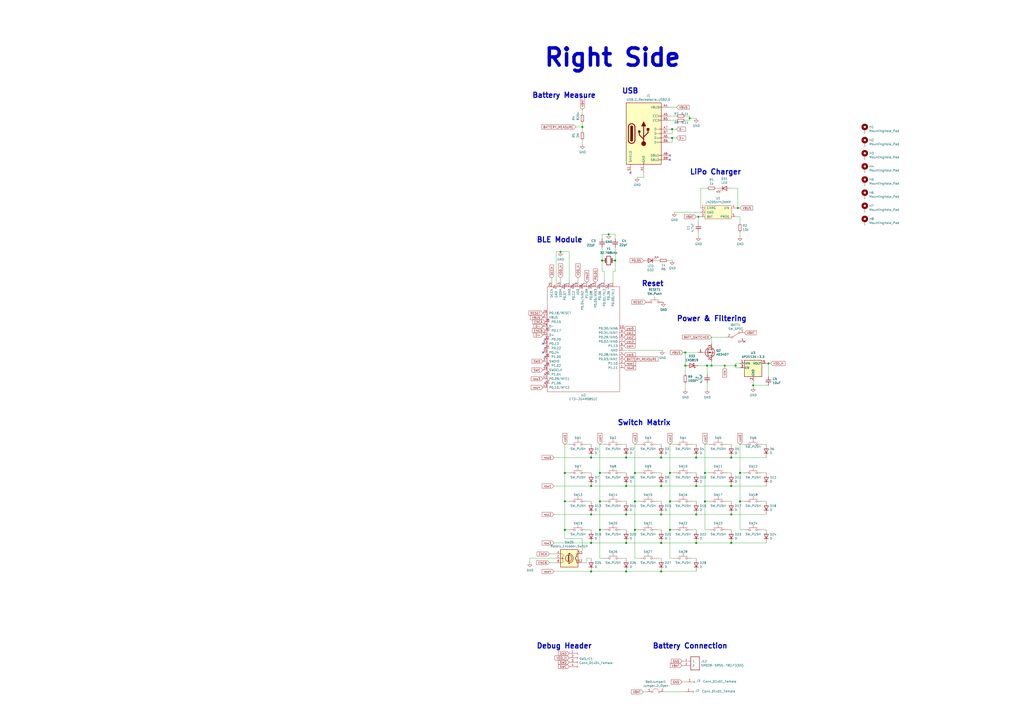
<source format=kicad_sch>
(kicad_sch (version 20201015) (generator eeschema)
  (paper "A2")
  (title_block (title "BlueSof") (date "2020-12-12") (rev "R1"))
  (junction (at 325.12 146.05) (diameter 0.9144))
  (junction (at 327.66 274.32) (diameter 1.016))
  (junction (at 327.66 290.83) (diameter 1.016))
  (junction (at 327.66 307.34) (diameter 1.016))
  (junction (at 337.82 73.66) (diameter 1.016))
  (junction (at 342.9 265.43) (diameter 1.016))
  (junction (at 342.9 281.94) (diameter 1.016))
  (junction (at 342.9 298.45) (diameter 1.016))
  (junction (at 342.9 314.96) (diameter 1.016))
  (junction (at 342.9 331.47) (diameter 1.016))
  (junction (at 347.98 274.32) (diameter 1.016))
  (junction (at 347.98 290.83) (diameter 1.016))
  (junction (at 347.98 307.34) (diameter 1.016))
  (junction (at 349.25 151.13) (diameter 1.016))
  (junction (at 353.06 135.89) (diameter 0.9144))
  (junction (at 356.87 151.13) (diameter 1.016))
  (junction (at 363.22 265.43) (diameter 1.016))
  (junction (at 363.22 281.94) (diameter 1.016))
  (junction (at 363.22 298.45) (diameter 1.016))
  (junction (at 363.22 314.96) (diameter 1.016))
  (junction (at 363.22 331.47) (diameter 1.016))
  (junction (at 368.3 274.32) (diameter 1.016))
  (junction (at 368.3 290.83) (diameter 1.016))
  (junction (at 368.3 307.34) (diameter 1.016))
  (junction (at 383.54 265.43) (diameter 1.016))
  (junction (at 383.54 281.94) (diameter 1.016))
  (junction (at 383.54 298.45) (diameter 1.016))
  (junction (at 383.54 314.96) (diameter 1.016))
  (junction (at 383.54 331.47) (diameter 1.016))
  (junction (at 388.62 274.32) (diameter 1.016))
  (junction (at 388.62 290.83) (diameter 1.016))
  (junction (at 388.62 307.34) (diameter 1.016))
  (junction (at 389.89 74.93) (diameter 1.016))
  (junction (at 389.89 80.01) (diameter 1.016))
  (junction (at 397.51 204.47) (diameter 1.016))
  (junction (at 397.51 212.09) (diameter 1.016))
  (junction (at 400.05 68.58) (diameter 0.9144))
  (junction (at 403.86 265.43) (diameter 1.016))
  (junction (at 403.86 281.94) (diameter 1.016))
  (junction (at 403.86 298.45) (diameter 1.016))
  (junction (at 403.86 314.96) (diameter 1.016))
  (junction (at 405.13 125.73) (diameter 0.9144))
  (junction (at 408.94 274.32) (diameter 1.016))
  (junction (at 408.94 290.83) (diameter 1.016))
  (junction (at 410.21 212.09) (diameter 1.016))
  (junction (at 412.75 212.09) (diameter 1.016))
  (junction (at 420.37 212.09) (diameter 0.9144))
  (junction (at 424.18 265.43) (diameter 1.016))
  (junction (at 424.18 281.94) (diameter 1.016))
  (junction (at 424.18 298.45) (diameter 1.016))
  (junction (at 424.18 314.96) (diameter 1.016))
  (junction (at 426.72 212.09) (diameter 1.016))
  (junction (at 427.99 120.65) (diameter 0.9144))
  (junction (at 429.26 274.32) (diameter 1.016))
  (junction (at 429.26 290.83) (diameter 1.016))
  (junction (at 436.88 223.52) (diameter 0.9144))
  (junction (at 445.77 210.82) (diameter 1.016))
  (no_connect (at 314.96 199.39))
  (no_connect (at 314.96 204.47))
  (no_connect (at 316.23 196.85))
  (no_connect (at 316.23 201.93))
  (no_connect (at 316.23 207.01))
  (no_connect (at 316.23 212.09))
  (no_connect (at 316.23 217.17))
  (no_connect (at 316.23 222.25))
  (no_connect (at 327.66 165.1))
  (no_connect (at 332.74 165.1))
  (no_connect (at 337.82 165.1))
  (no_connect (at 342.9 165.1))
  (no_connect (at 347.98 165.1))
  (no_connect (at 353.06 165.1))
  (no_connect (at 365.76 100.33))
  (no_connect (at 388.62 90.17))
  (no_connect (at 388.62 92.71))
  (no_connect (at 431.8 198.12))
  (wire (pts (xy 307.34 323.85) (xy 307.34 326.39)))
  (wire (pts (xy 318.77 321.31) (xy 322.58 321.31)))
  (wire (pts (xy 318.77 326.39) (xy 322.58 326.39)))
  (wire (pts (xy 320.04 163.83) (xy 320.04 161.29)))
  (wire (pts (xy 321.31 331.47) (xy 342.9 331.47)))
  (wire (pts (xy 322.58 146.05) (xy 325.12 146.05)))
  (wire (pts (xy 322.58 165.1) (xy 322.58 146.05)))
  (wire (pts (xy 322.58 323.85) (xy 307.34 323.85)))
  (wire (pts (xy 325.12 146.05) (xy 330.2 146.05)))
  (wire (pts (xy 325.12 163.83) (xy 325.12 161.29)))
  (wire (pts (xy 327.66 257.81) (xy 327.66 274.32)))
  (wire (pts (xy 327.66 257.81) (xy 330.2 257.81)))
  (wire (pts (xy 327.66 274.32) (xy 327.66 290.83)))
  (wire (pts (xy 327.66 274.32) (xy 330.2 274.32)))
  (wire (pts (xy 327.66 290.83) (xy 327.66 307.34)))
  (wire (pts (xy 327.66 290.83) (xy 330.2 290.83)))
  (wire (pts (xy 327.66 307.34) (xy 327.66 312.42)))
  (wire (pts (xy 327.66 307.34) (xy 330.2 307.34)))
  (wire (pts (xy 327.66 312.42) (xy 337.82 312.42)))
  (wire (pts (xy 330.2 163.83) (xy 330.2 146.05)))
  (wire (pts (xy 334.01 73.66) (xy 337.82 73.66)))
  (wire (pts (xy 335.28 163.83) (xy 335.28 161.29)))
  (wire (pts (xy 337.82 63.5) (xy 337.82 66.04)))
  (wire (pts (xy 337.82 71.12) (xy 337.82 73.66)))
  (wire (pts (xy 337.82 73.66) (xy 337.82 76.2)))
  (wire (pts (xy 337.82 81.28) (xy 337.82 83.82)))
  (wire (pts (xy 337.82 312.42) (xy 337.82 321.31)))
  (wire (pts (xy 337.82 326.39) (xy 340.36 326.39)))
  (wire (pts (xy 340.36 257.81) (xy 342.9 257.81)))
  (wire (pts (xy 340.36 274.32) (xy 342.9 274.32)))
  (wire (pts (xy 340.36 290.83) (xy 342.9 290.83)))
  (wire (pts (xy 340.36 307.34) (xy 342.9 307.34)))
  (wire (pts (xy 340.36 323.85) (xy 342.9 323.85)))
  (wire (pts (xy 340.36 326.39) (xy 340.36 323.85)))
  (wire (pts (xy 342.9 265.43) (xy 321.31 265.43)))
  (wire (pts (xy 342.9 281.94) (xy 321.31 281.94)))
  (wire (pts (xy 342.9 298.45) (xy 321.31 298.45)))
  (wire (pts (xy 342.9 314.96) (xy 321.31 314.96)))
  (wire (pts (xy 342.9 331.47) (xy 363.22 331.47)))
  (wire (pts (xy 347.98 257.81) (xy 347.98 274.32)))
  (wire (pts (xy 347.98 257.81) (xy 350.52 257.81)))
  (wire (pts (xy 347.98 274.32) (xy 347.98 290.83)))
  (wire (pts (xy 347.98 274.32) (xy 350.52 274.32)))
  (wire (pts (xy 347.98 290.83) (xy 347.98 307.34)))
  (wire (pts (xy 347.98 290.83) (xy 350.52 290.83)))
  (wire (pts (xy 347.98 307.34) (xy 347.98 323.85)))
  (wire (pts (xy 347.98 307.34) (xy 350.52 307.34)))
  (wire (pts (xy 347.98 323.85) (xy 350.52 323.85)))
  (wire (pts (xy 349.25 135.89) (xy 353.06 135.89)))
  (wire (pts (xy 349.25 138.43) (xy 349.25 135.89)))
  (wire (pts (xy 349.25 151.13) (xy 349.25 143.51)))
  (wire (pts (xy 349.25 157.48) (xy 349.25 151.13)))
  (wire (pts (xy 350.52 157.48) (xy 349.25 157.48)))
  (wire (pts (xy 350.52 163.83) (xy 350.52 157.48)))
  (wire (pts (xy 353.06 135.89) (xy 356.87 135.89)))
  (wire (pts (xy 355.6 157.48) (xy 356.87 157.48)))
  (wire (pts (xy 355.6 163.83) (xy 355.6 157.48)))
  (wire (pts (xy 356.87 135.89) (xy 356.87 138.43)))
  (wire (pts (xy 356.87 143.51) (xy 356.87 151.13)))
  (wire (pts (xy 356.87 157.48) (xy 356.87 151.13)))
  (wire (pts (xy 360.68 257.81) (xy 363.22 257.81)))
  (wire (pts (xy 360.68 274.32) (xy 363.22 274.32)))
  (wire (pts (xy 360.68 290.83) (xy 363.22 290.83)))
  (wire (pts (xy 360.68 307.34) (xy 363.22 307.34)))
  (wire (pts (xy 360.68 323.85) (xy 363.22 323.85)))
  (wire (pts (xy 361.95 203.2) (xy 384.175 203.2)))
  (wire (pts (xy 363.22 265.43) (xy 342.9 265.43)))
  (wire (pts (xy 363.22 265.43) (xy 383.54 265.43)))
  (wire (pts (xy 363.22 281.94) (xy 342.9 281.94)))
  (wire (pts (xy 363.22 281.94) (xy 383.54 281.94)))
  (wire (pts (xy 363.22 298.45) (xy 342.9 298.45)))
  (wire (pts (xy 363.22 298.45) (xy 383.54 298.45)))
  (wire (pts (xy 363.22 314.96) (xy 342.9 314.96)))
  (wire (pts (xy 363.22 314.96) (xy 383.54 314.96)))
  (wire (pts (xy 363.22 331.47) (xy 383.54 331.47)))
  (wire (pts (xy 368.3 257.81) (xy 368.3 274.32)))
  (wire (pts (xy 368.3 257.81) (xy 370.84 257.81)))
  (wire (pts (xy 368.3 274.32) (xy 368.3 290.83)))
  (wire (pts (xy 368.3 274.32) (xy 370.84 274.32)))
  (wire (pts (xy 368.3 290.83) (xy 368.3 307.34)))
  (wire (pts (xy 368.3 290.83) (xy 370.84 290.83)))
  (wire (pts (xy 368.3 307.34) (xy 368.3 323.85)))
  (wire (pts (xy 368.3 307.34) (xy 370.84 307.34)))
  (wire (pts (xy 368.3 323.85) (xy 370.84 323.85)))
  (wire (pts (xy 369.57 102.87) (xy 373.38 102.87)))
  (wire (pts (xy 373.126 401.32) (xy 375.285 401.32)))
  (wire (pts (xy 373.38 102.87) (xy 373.38 100.33)))
  (wire (pts (xy 381 151.13) (xy 382.27 151.13)))
  (wire (pts (xy 381 257.81) (xy 383.54 257.81)))
  (wire (pts (xy 381 274.32) (xy 383.54 274.32)))
  (wire (pts (xy 381 290.83) (xy 383.54 290.83)))
  (wire (pts (xy 381 307.34) (xy 383.54 307.34)))
  (wire (pts (xy 381 323.85) (xy 383.54 323.85)))
  (wire (pts (xy 383.54 265.43) (xy 403.86 265.43)))
  (wire (pts (xy 383.54 281.94) (xy 403.86 281.94)))
  (wire (pts (xy 383.54 298.45) (xy 403.86 298.45)))
  (wire (pts (xy 383.54 314.96) (xy 403.86 314.96)))
  (wire (pts (xy 383.54 331.47) (xy 403.86 331.47)))
  (wire (pts (xy 385.445 401.32) (xy 397.51 401.32)))
  (wire (pts (xy 387.35 151.13) (xy 389.89 151.13)))
  (wire (pts (xy 388.62 74.93) (xy 389.89 74.93)))
  (wire (pts (xy 388.62 77.47) (xy 389.89 77.47)))
  (wire (pts (xy 388.62 80.01) (xy 389.89 80.01)))
  (wire (pts (xy 388.62 82.55) (xy 389.89 82.55)))
  (wire (pts (xy 388.62 257.81) (xy 388.62 274.32)))
  (wire (pts (xy 388.62 257.81) (xy 391.16 257.81)))
  (wire (pts (xy 388.62 274.32) (xy 388.62 290.83)))
  (wire (pts (xy 388.62 274.32) (xy 391.16 274.32)))
  (wire (pts (xy 388.62 290.83) (xy 388.62 307.34)))
  (wire (pts (xy 388.62 290.83) (xy 391.16 290.83)))
  (wire (pts (xy 388.62 307.34) (xy 388.62 323.85)))
  (wire (pts (xy 388.62 307.34) (xy 391.16 307.34)))
  (wire (pts (xy 388.62 323.85) (xy 391.16 323.85)))
  (wire (pts (xy 389.89 74.93) (xy 392.43 74.93)))
  (wire (pts (xy 389.89 77.47) (xy 389.89 74.93)))
  (wire (pts (xy 389.89 80.01) (xy 392.43 80.01)))
  (wire (pts (xy 389.89 82.55) (xy 389.89 80.01)))
  (wire (pts (xy 391.16 123.19) (xy 406.4 123.19)))
  (wire (pts (xy 392.43 62.23) (xy 388.62 62.23)))
  (wire (pts (xy 392.43 67.31) (xy 388.62 67.31)))
  (wire (pts (xy 392.43 69.85) (xy 388.62 69.85)))
  (wire (pts (xy 395.605 395.605) (xy 398.145 395.605)))
  (wire (pts (xy 396.24 204.47) (xy 397.51 204.47)))
  (wire (pts (xy 397.51 67.31) (xy 400.05 67.31)))
  (wire (pts (xy 397.51 69.85) (xy 400.05 69.85)))
  (wire (pts (xy 397.51 204.47) (xy 397.51 212.09)))
  (wire (pts (xy 397.51 204.47) (xy 405.13 204.47)))
  (wire (pts (xy 397.51 217.17) (xy 397.51 212.09)))
  (wire (pts (xy 397.51 222.25) (xy 397.51 226.06)))
  (wire (pts (xy 400.05 67.31) (xy 400.05 68.58)))
  (wire (pts (xy 400.05 68.58) (xy 403.86 68.58)))
  (wire (pts (xy 400.05 69.85) (xy 400.05 68.58)))
  (wire (pts (xy 401.32 257.81) (xy 403.86 257.81)))
  (wire (pts (xy 401.32 274.32) (xy 403.86 274.32)))
  (wire (pts (xy 401.32 290.83) (xy 403.86 290.83)))
  (wire (pts (xy 401.32 307.34) (xy 403.86 307.34)))
  (wire (pts (xy 401.32 323.85) (xy 403.86 323.85)))
  (wire (pts (xy 403.86 281.94) (xy 424.18 281.94)))
  (wire (pts (xy 403.86 298.45) (xy 424.18 298.45)))
  (wire (pts (xy 403.86 314.96) (xy 424.18 314.96)))
  (wire (pts (xy 405.13 125.73) (xy 403.86 125.73)))
  (wire (pts (xy 405.13 125.73) (xy 405.13 129.54)))
  (wire (pts (xy 405.13 125.73) (xy 406.4 125.73)))
  (wire (pts (xy 405.13 134.62) (xy 405.13 137.16)))
  (wire (pts (xy 405.13 212.09) (xy 410.21 212.09)))
  (wire (pts (xy 406.4 109.22) (xy 406.4 120.65)))
  (wire (pts (xy 408.94 257.81) (xy 408.94 274.32)))
  (wire (pts (xy 408.94 257.81) (xy 411.48 257.81)))
  (wire (pts (xy 408.94 274.32) (xy 408.94 290.83)))
  (wire (pts (xy 408.94 274.32) (xy 411.48 274.32)))
  (wire (pts (xy 408.94 290.83) (xy 408.94 307.34)))
  (wire (pts (xy 408.94 290.83) (xy 411.48 290.83)))
  (wire (pts (xy 408.94 307.34) (xy 411.48 307.34)))
  (wire (pts (xy 410.21 109.22) (xy 406.4 109.22)))
  (wire (pts (xy 410.21 212.09) (xy 412.75 212.09)))
  (wire (pts (xy 410.21 217.17) (xy 410.21 212.09)))
  (wire (pts (xy 410.21 222.25) (xy 410.21 226.06)))
  (wire (pts (xy 412.75 195.58) (xy 412.75 199.39)))
  (wire (pts (xy 412.75 209.55) (xy 412.75 212.09)))
  (wire (pts (xy 412.75 212.09) (xy 420.37 212.09)))
  (wire (pts (xy 416.56 109.22) (xy 415.29 109.22)))
  (wire (pts (xy 420.37 212.09) (xy 420.37 213.36)))
  (wire (pts (xy 420.37 212.09) (xy 426.72 212.09)))
  (wire (pts (xy 421.64 195.58) (xy 412.75 195.58)))
  (wire (pts (xy 421.64 257.81) (xy 424.18 257.81)))
  (wire (pts (xy 421.64 274.32) (xy 424.18 274.32)))
  (wire (pts (xy 421.64 290.83) (xy 424.18 290.83)))
  (wire (pts (xy 421.64 307.34) (xy 424.18 307.34)))
  (wire (pts (xy 424.18 109.22) (xy 427.99 109.22)))
  (wire (pts (xy 424.18 265.43) (xy 403.86 265.43)))
  (wire (pts (xy 424.18 265.43) (xy 444.5 265.43)))
  (wire (pts (xy 424.18 281.94) (xy 444.5 281.94)))
  (wire (pts (xy 424.18 298.45) (xy 444.5 298.45)))
  (wire (pts (xy 424.18 314.96) (xy 444.5 314.96)))
  (wire (pts (xy 426.72 120.65) (xy 427.99 120.65)))
  (wire (pts (xy 426.72 125.73) (xy 429.26 125.73)))
  (wire (pts (xy 426.72 210.82) (xy 429.26 210.82)))
  (wire (pts (xy 426.72 212.09) (xy 426.72 210.82)))
  (wire (pts (xy 426.72 213.36) (xy 426.72 212.09)))
  (wire (pts (xy 426.72 213.36) (xy 429.26 213.36)))
  (wire (pts (xy 427.99 109.22) (xy 427.99 120.65)))
  (wire (pts (xy 427.99 120.65) (xy 429.26 120.65)))
  (wire (pts (xy 429.26 125.73) (xy 429.26 129.54)))
  (wire (pts (xy 429.26 134.62) (xy 429.26 137.16)))
  (wire (pts (xy 429.26 257.81) (xy 429.26 274.32)))
  (wire (pts (xy 429.26 257.81) (xy 431.8 257.81)))
  (wire (pts (xy 429.26 274.32) (xy 429.26 290.83)))
  (wire (pts (xy 429.26 274.32) (xy 431.8 274.32)))
  (wire (pts (xy 429.26 290.83) (xy 429.26 307.34)))
  (wire (pts (xy 429.26 290.83) (xy 431.8 290.83)))
  (wire (pts (xy 429.26 307.34) (xy 431.8 307.34)))
  (wire (pts (xy 436.88 220.98) (xy 436.88 223.52)))
  (wire (pts (xy 436.88 223.52) (xy 436.88 224.79)))
  (wire (pts (xy 441.96 257.81) (xy 444.5 257.81)))
  (wire (pts (xy 441.96 274.32) (xy 444.5 274.32)))
  (wire (pts (xy 441.96 290.83) (xy 444.5 290.83)))
  (wire (pts (xy 441.96 307.34) (xy 444.5 307.34)))
  (wire (pts (xy 444.5 210.82) (xy 445.77 210.82)))
  (wire (pts (xy 445.77 210.82) (xy 447.04 210.82)))
  (wire (pts (xy 445.77 218.44) (xy 445.77 210.82)))
  (wire (pts (xy 445.77 223.52) (xy 436.88 223.52)))
  (text "Battery Measure" (at 308.61 57.15 0) (effects (font (size 2.9972 2.9972) (thickness 0.5994) bold) (justify left bottom)))
  (text "BLE Module" (at 311.15 140.97 0) (effects (font (size 2.9972 2.9972) (thickness 0.5994) bold) (justify left bottom)))
  (text "Debug Header" (at 311.15 376.555 0) (effects (font (size 2.9972 2.9972) (thickness 0.5994) bold) (justify left bottom)))
  (text "Right Side" (at 314.96 39.37 0) (effects (font (size 10.008 10.008) (thickness 2.0016) bold) (justify left bottom)))
  (text "Switch Matrix" (at 358.14 247.015 0) (effects (font (size 2.9972 2.9972) (thickness 0.5994) bold) (justify left bottom)))
  (text "USB" (at 360.68 54.61 0) (effects (font (size 2.9972 2.9972) (thickness 0.5994) bold) (justify left bottom)))
  (text "Reset" (at 372.11 166.37 0) (effects (font (size 2.9972 2.9972) (thickness 0.5994) bold) (justify left bottom)))
  (text "Battery Connection" (at 378.46 376.555 0) (effects (font (size 2.9972 2.9972) (thickness 0.5994) bold) (justify left bottom)))
  (text "Power & Filtering" (at 392.43 186.69 0) (effects (font (size 2.9972 2.9972) (thickness 0.5994) bold) (justify left bottom)))
  (text "LiPo Charger" (at 400.05 101.6 0) (effects (font (size 2.9972 2.9972) (thickness 0.5994) bold) (justify left bottom)))
  (global_label "RESET" (shape input) (at 314.96 181.61 180) (property "Intersheet References" "${INTERSHEET_REFS}" (effects hide)))
  (global_label "VBUS" (shape input) (at 314.96 184.15 180) (property "Intersheet References" "${INTERSHEET_REFS}" (effects hide)))
  (global_label "D-" (shape input) (at 314.96 189.23 180) (property "Intersheet References" "${INTERSHEET_REFS}" (effects hide)))
  (global_label "D+" (shape input) (at 314.96 194.31 180) (property "Intersheet References" "${INTERSHEET_REFS}" (effects hide)))
  (global_label "SWD" (shape input) (at 314.96 209.55 180) (property "Intersheet References" "${INTERSHEET_REFS}" (effects hide)))
  (global_label "SWC" (shape input) (at 314.96 214.63 180) (property "Intersheet References" "${INTERSHEET_REFS}" (effects hide)))
  (global_label "row3" (shape input) (at 314.96 219.71 180) (property "Intersheet References" "${INTERSHEET_REFS}" (effects hide)))
  (global_label "row4" (shape input) (at 314.96 224.79 180) (property "Intersheet References" "${INTERSHEET_REFS}" (effects hide)))
  (global_label "ENCA" (shape input) (at 316.23 186.69 180) (property "Intersheet References" "${INTERSHEET_REFS}" (effects hide)))
  (global_label "ENCB" (shape input) (at 316.23 191.77 180) (property "Intersheet References" "${INTERSHEET_REFS}" (effects hide)))
  (global_label "ENCA" (shape input) (at 318.77 321.31 180) (property "Intersheet References" "${INTERSHEET_REFS}" (effects hide)))
  (global_label "ENCB" (shape input) (at 318.77 326.39 180) (property "Intersheet References" "${INTERSHEET_REFS}" (effects hide)))
  (global_label "DCCH" (shape input) (at 320.04 161.29 90) (property "Intersheet References" "${INTERSHEET_REFS}" (effects hide)))
  (global_label "row0" (shape input) (at 321.31 265.43 180) (property "Intersheet References" "${INTERSHEET_REFS}" (effects hide)))
  (global_label "row1" (shape input) (at 321.31 281.94 180) (property "Intersheet References" "${INTERSHEET_REFS}" (effects hide)))
  (global_label "row2" (shape input) (at 321.31 298.45 180) (property "Intersheet References" "${INTERSHEET_REFS}" (effects hide)))
  (global_label "row3" (shape input) (at 321.31 314.96 180) (property "Intersheet References" "${INTERSHEET_REFS}" (effects hide)))
  (global_label "row4" (shape input) (at 321.31 331.47 180) (property "Intersheet References" "${INTERSHEET_REFS}" (effects hide)))
  (global_label "VDD_H" (shape input) (at 325.12 161.29 90) (property "Intersheet References" "${INTERSHEET_REFS}" (effects hide)))
  (global_label "col5" (shape input) (at 327.66 257.81 90) (property "Intersheet References" "${INTERSHEET_REFS}" (effects hide)))
  (global_label "GND" (shape input) (at 330.2 379.095 180) (property "Intersheet References" "${INTERSHEET_REFS}" (effects hide)))
  (global_label "VDD_H" (shape input) (at 330.2 381.635 180) (property "Intersheet References" "${INTERSHEET_REFS}" (effects hide)))
  (global_label "SWD" (shape input) (at 330.2 384.175 180) (property "Intersheet References" "${INTERSHEET_REFS}" (effects hide)))
  (global_label "SWC" (shape input) (at 330.2 386.715 180) (property "Intersheet References" "${INTERSHEET_REFS}" (effects hide)))
  (global_label "BATTERY_MEASURE" (shape input) (at 334.01 73.66 180) (property "Intersheet References" "${INTERSHEET_REFS}" (effects hide)))
  (global_label "VDD_H" (shape input) (at 335.28 161.29 90) (property "Intersheet References" "${INTERSHEET_REFS}" (effects hide)))
  (global_label "VBAT" (shape input) (at 337.82 63.5 90) (property "Intersheet References" "${INTERSHEET_REFS}" (effects hide)))
  (global_label "row2" (shape input) (at 340.36 163.83 90) (property "Intersheet References" "${INTERSHEET_REFS}" (effects hide)))
  (global_label "P0.05" (shape input) (at 345.44 163.83 90) (property "Intersheet References" "${INTERSHEET_REFS}" (effects hide)))
  (global_label "col4" (shape input) (at 347.98 257.81 90) (property "Intersheet References" "${INTERSHEET_REFS}" (effects hide)))
  (global_label "col0" (shape input) (at 361.95 190.5 0) (property "Intersheet References" "${INTERSHEET_REFS}" (effects hide)))
  (global_label "col1" (shape input) (at 361.95 193.04 0) (property "Intersheet References" "${INTERSHEET_REFS}" (effects hide)))
  (global_label "col2" (shape input) (at 361.95 195.58 0) (property "Intersheet References" "${INTERSHEET_REFS}" (effects hide)))
  (global_label "col3" (shape input) (at 361.95 198.12 0) (property "Intersheet References" "${INTERSHEET_REFS}" (effects hide)))
  (global_label "col4" (shape input) (at 361.95 200.66 0) (property "Intersheet References" "${INTERSHEET_REFS}" (effects hide)))
  (global_label "col5" (shape input) (at 361.95 205.74 0) (property "Intersheet References" "${INTERSHEET_REFS}" (effects hide)))
  (global_label "BATTERY_MEASURE" (shape input) (at 361.95 208.28 0) (property "Intersheet References" "${INTERSHEET_REFS}" (effects hide)))
  (global_label "row1" (shape input) (at 361.95 210.82 0) (property "Intersheet References" "${INTERSHEET_REFS}" (effects hide)))
  (global_label "row0" (shape input) (at 361.95 213.36 0) (property "Intersheet References" "${INTERSHEET_REFS}" (effects hide)))
  (global_label "col3" (shape input) (at 368.3 257.81 90) (property "Intersheet References" "${INTERSHEET_REFS}" (effects hide)))
  (global_label "VBAT" (shape input) (at 373.126 401.32 180) (property "Intersheet References" "${INTERSHEET_REFS}" (effects hide)))
  (global_label "P0.05" (shape input) (at 373.38 151.13 180) (property "Intersheet References" "${INTERSHEET_REFS}" (effects hide)))
  (global_label "RESET" (shape input) (at 374.65 175.26 180) (property "Intersheet References" "${INTERSHEET_REFS}" (effects hide)))
  (global_label "col2" (shape input) (at 388.62 257.81 90) (property "Intersheet References" "${INTERSHEET_REFS}" (effects hide)))
  (global_label "VBUS" (shape input) (at 392.43 62.23 0) (property "Intersheet References" "${INTERSHEET_REFS}" (effects hide)))
  (global_label "D-" (shape input) (at 392.43 74.93 0) (property "Intersheet References" "${INTERSHEET_REFS}" (effects hide)))
  (global_label "D+" (shape input) (at 392.43 80.01 0) (property "Intersheet References" "${INTERSHEET_REFS}" (effects hide)))
  (global_label "GND" (shape input) (at 395.605 383.54 180) (property "Intersheet References" "${INTERSHEET_REFS}" (effects hide)))
  (global_label "VBAT" (shape input) (at 395.605 386.08 180) (property "Intersheet References" "${INTERSHEET_REFS}" (effects hide)))
  (global_label "GND" (shape input) (at 395.605 395.605 180) (property "Intersheet References" "${INTERSHEET_REFS}" (effects hide)))
  (global_label "VBUS" (shape input) (at 396.24 204.47 180) (property "Intersheet References" "${INTERSHEET_REFS}" (effects hide)))
  (global_label "VBAT" (shape input) (at 403.86 125.73 180) (property "Intersheet References" "${INTERSHEET_REFS}" (effects hide)))
  (global_label "col1" (shape input) (at 408.94 257.81 90) (property "Intersheet References" "${INTERSHEET_REFS}" (effects hide)))
  (global_label "BATT_SWITCHED" (shape input) (at 412.75 195.58 180) (property "Intersheet References" "${INTERSHEET_REFS}" (effects hide)))
  (global_label "VIN" (shape input) (at 420.37 213.36 270) (property "Intersheet References" "${INTERSHEET_REFS}" (effects hide)))
  (global_label "VBUS" (shape input) (at 429.26 120.65 0) (property "Intersheet References" "${INTERSHEET_REFS}" (effects hide)))
  (global_label "col0" (shape input) (at 429.26 257.81 90) (property "Intersheet References" "${INTERSHEET_REFS}" (effects hide)))
  (global_label "VBAT" (shape input) (at 431.8 193.04 0) (property "Intersheet References" "${INTERSHEET_REFS}" (effects hide)))
  (global_label "VDD_H" (shape input) (at 447.04 210.82 0) (property "Intersheet References" "${INTERSHEET_REFS}" (effects hide)))
  (symbol (lib_id "power:GND") (at 307.34 326.39 0) (unit 1)
    (property "Reference" "#PWR0103" (effects hide))
    (property "Value" "GND" (at 307.467 330.7842 0))
  )
  (symbol (lib_id "power:GND") (at 325.12 146.05 0) (unit 1)
    (property "Reference" "#PWR0102" (effects hide))
    (property "Value" "GND" (at 325.247 150.4442 0))
  )
  (symbol (lib_id "power:GND") (at 337.82 83.82 0) (unit 1)
    (property "Reference" "#PWR0108" (effects hide))
    (property "Value" "GND" (at 337.947 88.2142 0))
  )
  (symbol (lib_id "power:GND") (at 353.06 135.89 0) (unit 1)
    (property "Reference" "#PWR0116" (effects hide))
    (property "Value" "GND" (at 353.187 140.2842 0))
  )
  (symbol (lib_id "power:GND") (at 369.57 102.87 0) (unit 1)
    (property "Reference" "#PWR0101" (effects hide))
    (property "Value" "GND" (at 369.697 107.2642 0))
  )
  (symbol (lib_id "power:GND") (at 384.175 203.2 0) (unit 1)
    (property "Reference" "#PWR0115" (effects hide))
    (property "Value" "GND" (at 384.302 207.5942 0))
  )
  (symbol (lib_id "power:GND") (at 384.81 175.26 0) (unit 1)
    (property "Reference" "#PWR0114" (effects hide))
    (property "Value" "GND" (at 384.937 179.6542 0))
  )
  (symbol (lib_id "power:GND") (at 389.89 151.13 0) (unit 1)
    (property "Reference" "#PWR0113" (effects hide))
    (property "Value" "GND" (at 390.017 155.5242 0))
  )
  (symbol (lib_id "power:GND") (at 391.16 123.19 0) (unit 1)
    (property "Reference" "#PWR0104" (effects hide))
    (property "Value" "GND" (at 391.287 127.5842 0))
  )
  (symbol (lib_id "power:GND") (at 397.51 226.06 0) (unit 1)
    (property "Reference" "#PWR0111" (effects hide))
    (property "Value" "GND" (at 397.637 230.4542 0))
  )
  (symbol (lib_id "power:GND") (at 403.86 68.58 0) (unit 1)
    (property "Reference" "#PWR0109" (effects hide))
    (property "Value" "GND" (at 403.987 72.9742 0))
  )
  (symbol (lib_id "power:GND") (at 405.13 137.16 0) (unit 1)
    (property "Reference" "#PWR0105" (effects hide))
    (property "Value" "GND" (at 405.257 141.5542 0))
  )
  (symbol (lib_id "power:GND") (at 410.21 226.06 0) (unit 1)
    (property "Reference" "#PWR0112" (effects hide))
    (property "Value" "GND" (at 410.337 230.4542 0))
  )
  (symbol (lib_id "power:GND") (at 429.26 137.16 0) (unit 1)
    (property "Reference" "#PWR0106" (effects hide))
    (property "Value" "GND" (at 429.387 141.5542 0))
  )
  (symbol (lib_id "power:GND") (at 436.88 224.79 0) (unit 1)
    (property "Reference" "#PWR0110" (effects hide))
    (property "Value" "GND" (at 437.007 229.1842 0))
  )
  (symbol (lib_id "Device:R_Small") (at 337.82 68.58 0) (unit 1)
    (property "Reference" "R4" (at 332.74 69.85 90) (effects (justify left)))
    (property "Value" "820k" (at 335.28 69.85 90) (effects (justify left)))
    (property "Footprint" "Resistor_SMD:R_0603_1608Metric" (effects hide))
    (property "LCSC_PN" "C23252" (effects hide))
    (property "PRICE" "100k" (effects hide))
  )
  (symbol (lib_id "Device:R_Small") (at 337.82 78.74 0) (unit 1)
    (property "Reference" "R5" (at 332.74 80.01 90) (effects (justify left)))
    (property "Value" "2M" (at 335.28 80.01 90) (effects (justify left)))
    (property "Footprint" "Resistor_SMD:R_0603_1608Metric" (effects hide))
    (property "LCSC_PN" "C177282" (effects hide))
    (property "PRICE" "100k" (effects hide))
  )
  (symbol (lib_id "Device:R_Small") (at 384.81 151.13 90) (unit 1)
    (property "Reference" "R6" (at 384.81 156.1084 90))
    (property "Value" "1k" (at 384.81 153.797 90))
    (property "Footprint" "Resistor_SMD:R_0603_1608Metric" (effects hide))
    (property "LCSC_PN" "C22548" (effects hide))
    (property "PRICE" "5.1k" (effects hide))
  )
  (symbol (lib_id "Device:R_Small") (at 394.97 67.31 90) (unit 1)
    (property "Reference" "R7" (at 393.7 66.04 90) (effects (justify left)))
    (property "Value" "5.1k" (at 399.415 66.04 90) (effects (justify left)))
    (property "Footprint" "Resistor_SMD:R_0603_1608Metric" (effects hide))
    (property "LCSC_PN" "C105580" (effects hide))
    (property "PRICE" "100k" (effects hide))
  )
  (symbol (lib_id "Device:R_Small") (at 394.97 69.85 90) (unit 1)
    (property "Reference" "R8" (at 393.7 71.12 90) (effects (justify left)))
    (property "Value" "5.1k" (at 399.415 71.12 90) (effects (justify left)))
    (property "Footprint" "Resistor_SMD:R_0603_1608Metric" (effects hide))
    (property "LCSC_PN" "C105580" (effects hide))
    (property "PRICE" "100k" (effects hide))
  )
  (symbol (lib_id "Device:R_Small") (at 397.51 219.71 0) (unit 1)
    (property "Reference" "R9" (at 399.0086 218.5416 0) (effects (justify left)))
    (property "Value" "100k" (at 399.0086 220.853 0) (effects (justify left)))
    (property "Footprint" "Resistor_SMD:R_0603_1608Metric" (effects hide))
    (property "LCSC_PN" "C14675" (effects hide))
    (property "PACKAGE" "0603" (effects hide))
  )
  (symbol (lib_id "Device:R_Small") (at 412.75 109.22 270) (unit 1)
    (property "Reference" "R1" (at 412.75 104.2416 90))
    (property "Value" "1k" (at 412.75 106.553 90))
    (property "Footprint" "Resistor_SMD:R_0603_1608Metric" (effects hide))
    (property "LCSC_PN" "C22548" (effects hide))
    (property "PRICE" "5.1k" (effects hide))
  )
  (symbol (lib_id "Device:R_Small") (at 429.26 132.08 0) (unit 1)
    (property "Reference" "R2" (at 430.7586 130.9116 0) (effects (justify left)))
    (property "Value" "10k" (at 430.7586 133.223 0) (effects (justify left)))
    (property "Footprint" "Resistor_SMD:R_0603_1608Metric" (effects hide))
    (property "LCSC_PN" "C98220" (effects hide))
    (property "PRICE" "100k" (effects hide))
  )
  (symbol (lib_id "Connector:Conn_01x01_Female") (at 402.59 401.32 0) (unit 1)
    (property "Reference" "J2" (at 403.3013 400.6278 0) (effects (justify left)))
    (property "Value" "Conn_01x01_Female" (at 407.1113 401.0215 0) (effects (justify left)))
    (property "Footprint" "Connector_PinSocket_1.27mm:PinSocket_1x01_P1.27mm_Vertical" (effects hide))
  )
  (symbol (lib_id "Connector:Conn_01x01_Female") (at 403.225 395.605 0) (unit 1)
    (property "Reference" "J3" (at 403.9363 394.9128 0) (effects (justify left)))
    (property "Value" "Conn_01x01_Female" (at 407.7463 395.3065 0) (effects (justify left)))
    (property "Footprint" "Connector_PinSocket_1.27mm:PinSocket_1x01_P1.27mm_Vertical" (effects hide))
  )
  (symbol (lib_id "Device:C_Small") (at 349.25 140.97 0) (unit 1)
    (property "Reference" "C3" (at 342.9 139.7 0) (effects (justify left)))
    (property "Value" "22pF" (at 340.36 142.24 0) (effects (justify left)))
    (property "Footprint" "Capacitor_SMD:C_0603_1608Metric" (effects hide))
    (property "LCSC_PN" "C1653" (effects hide))
    (property "PRICE" "100k" (effects hide))
  )
  (symbol (lib_id "Device:C_Small") (at 356.87 140.97 0) (unit 1)
    (property "Reference" "C4" (at 360.68 139.7 0) (effects (justify left)))
    (property "Value" "22pF" (at 359.2068 142.113 0) (effects (justify left)))
    (property "Footprint" "Capacitor_SMD:C_0603_1608Metric" (effects hide))
    (property "LCSC_PN" "C1653" (effects hide))
    (property "PRICE" "100k" (effects hide))
  )
  (symbol (lib_id "Device:C_Small") (at 405.13 132.08 0) (unit 1)
    (property "Reference" "C1" (at 399.3134 132.08 90))
    (property "Value" "4.7uF" (at 401.6248 132.08 90))
    (property "Footprint" "Capacitor_SMD:C_0603_1608Metric" (effects hide))
    (property "LCSC_PN" "C19666" (effects hide))
    (property "PRICE" "100k" (effects hide))
  )
  (symbol (lib_id "Device:C_Small") (at 410.21 219.71 0) (unit 1)
    (property "Reference" "C2" (at 404.3934 219.71 90))
    (property "Value" "4.7uF" (at 406.7048 219.71 90))
    (property "Footprint" "Capacitor_SMD:C_0603_1608Metric" (effects hide))
    (property "LCSC_PN" "C19666" (effects hide))
    (property "PRICE" "100k" (effects hide))
  )
  (symbol (lib_id "Device:C_Small") (at 445.77 220.98 0) (unit 1)
    (property "Reference" "C5" (at 448.1068 219.8116 0) (effects (justify left)))
    (property "Value" "10uF" (at 448.1068 222.123 0) (effects (justify left)))
    (property "Footprint" "Capacitor_SMD:C_0603_1608Metric" (effects hide))
    (property "LCSC_PN" "C326057" (effects hide))
    (property "PRICE" "100k" (effects hide))
  )
  (symbol (lib_id "Mechanical:MountingHole_Pad") (at 501.65 74.93 0) (unit 1)
    (property "Reference" "H1" (at 504.1901 73.6536 0) (effects (justify left)))
    (property "Value" "MountingHole_Pad" (at 504.1901 75.9523 0) (effects (justify left)))
    (property "Footprint" "MountingHole:MountingHole_4.3mm_M4" (effects hide))
  )
  (symbol (lib_id "Mechanical:MountingHole_Pad") (at 501.65 82.55 0) (unit 1)
    (property "Reference" "H2" (at 504.1901 81.2736 0) (effects (justify left)))
    (property "Value" "MountingHole_Pad" (at 504.1901 83.5723 0) (effects (justify left)))
    (property "Footprint" "MountingHole:MountingHole_4.3mm_M4" (effects hide))
  )
  (symbol (lib_id "Mechanical:MountingHole_Pad") (at 501.65 90.17 0) (unit 1)
    (property "Reference" "H3" (at 504.19 88.894 0) (effects (justify left)))
    (property "Value" "MountingHole_Pad" (at 504.1901 91.1923 0) (effects (justify left)))
    (property "Footprint" "MountingHole:MountingHole_4.3mm_M4" (effects hide))
  )
  (symbol (lib_id "Mechanical:MountingHole_Pad") (at 501.65 97.79 0) (unit 1)
    (property "Reference" "H4" (at 504.19 96.514 0) (effects (justify left)))
    (property "Value" "MountingHole_Pad" (at 504.1901 98.8123 0) (effects (justify left)))
    (property "Footprint" "MountingHole:MountingHole_4.3mm_M4" (effects hide))
  )
  (symbol (lib_id "Mechanical:MountingHole_Pad") (at 501.65 105.41 0) (unit 1)
    (property "Reference" "H5" (at 504.19 104.134 0) (effects (justify left)))
    (property "Value" "MountingHole_Pad" (at 504.1901 106.4323 0) (effects (justify left)))
    (property "Footprint" "MountingHole:MountingHole_4.3mm_M4" (effects hide))
  )
  (symbol (lib_id "Mechanical:MountingHole_Pad") (at 501.65 113.03 0) (unit 1)
    (property "Reference" "H6" (at 504.19 111.754 0) (effects (justify left)))
    (property "Value" "MountingHole_Pad" (at 504.1901 114.0523 0) (effects (justify left)))
    (property "Footprint" "MountingHole:MountingHole_4.3mm_M4" (effects hide))
  )
  (symbol (lib_id "Mechanical:MountingHole_Pad") (at 501.65 120.65 0) (unit 1)
    (property "Reference" "H7" (at 504.19 119.374 0) (effects (justify left)))
    (property "Value" "MountingHole_Pad" (at 504.1901 121.6723 0) (effects (justify left)))
    (property "Footprint" "MountingHole:MountingHole_4.3mm_M4" (effects hide))
  )
  (symbol (lib_id "Mechanical:MountingHole_Pad") (at 501.65 128.27 0) (unit 1)
    (property "Reference" "H8" (at 504.19 126.994 0) (effects (justify left)))
    (property "Value" "MountingHole_Pad" (at 504.1901 129.2923 0) (effects (justify left)))
    (property "Footprint" "MountingHole:MountingHole_4.3mm_M4" (effects hide))
  )
  (symbol (lib_id "Diode:1N4148") (at 342.9 261.62 90) (unit 1)
    (property "Reference" "D1" (at 344.9066 260.4516 90) (effects (justify right)))
    (property "Value" "D" (at 344.9066 262.763 90) (effects (justify right)))
    (property "Footprint" "Diode_SMD:D_SOD-123" (effects hide))
    (property "LCSC_PN" "C402213" (effects hide))
    (property "PRICE" "100k" (effects hide))
  )
  (symbol (lib_id "Diode:1N4148") (at 342.9 278.13 90) (unit 1)
    (property "Reference" "D7" (at 344.9066 276.9616 90) (effects (justify right)))
    (property "Value" "D" (at 344.9066 279.273 90) (effects (justify right)))
    (property "Footprint" "Diode_SMD:D_SOD-123" (effects hide))
    (property "LCSC_PN" "C402213" (effects hide))
    (property "PRICE" "100k" (effects hide))
  )
  (symbol (lib_id "Diode:1N4148") (at 342.9 294.64 90) (unit 1)
    (property "Reference" "D13" (at 344.9066 293.4716 90) (effects (justify right)))
    (property "Value" "D" (at 344.9066 295.783 90) (effects (justify right)))
    (property "Footprint" "Diode_SMD:D_SOD-123" (effects hide))
    (property "LCSC_PN" "C402213" (effects hide))
    (property "PRICE" "100k" (effects hide))
  )
  (symbol (lib_id "Diode:1N4148") (at 342.9 311.15 90) (unit 1)
    (property "Reference" "D19" (at 344.9066 309.9816 90) (effects (justify right)))
    (property "Value" "D" (at 344.9066 312.293 90) (effects (justify right)))
    (property "Footprint" "Diode_SMD:D_SOD-123" (effects hide))
    (property "LCSC_PN" "C402213" (effects hide))
    (property "PRICE" "100k" (effects hide))
  )
  (symbol (lib_id "Diode:1N4148") (at 342.9 327.66 90) (unit 1)
    (property "Reference" "D25" (at 344.9066 326.4916 90) (effects (justify right)))
    (property "Value" "D" (at 344.9066 328.803 90) (effects (justify right)))
    (property "Footprint" "Diode_SMD:D_SOD-123" (effects hide))
    (property "LCSC_PN" "C402213" (effects hide))
    (property "PRICE" "100k" (effects hide))
  )
  (symbol (lib_id "Diode:1N4148") (at 363.22 261.62 90) (unit 1)
    (property "Reference" "D2" (at 365.2266 260.4516 90) (effects (justify right)))
    (property "Value" "D" (at 365.2266 262.763 90) (effects (justify right)))
    (property "Footprint" "Diode_SMD:D_SOD-123" (effects hide))
    (property "LCSC_PN" "C402213" (effects hide))
    (property "PRICE" "100k" (effects hide))
  )
  (symbol (lib_id "Diode:1N4148") (at 363.22 278.13 90) (unit 1)
    (property "Reference" "D8" (at 365.2266 276.9616 90) (effects (justify right)))
    (property "Value" "D" (at 365.2266 279.273 90) (effects (justify right)))
    (property "Footprint" "Diode_SMD:D_SOD-123" (effects hide))
    (property "LCSC_PN" "C402213" (effects hide))
    (property "PRICE" "100k" (effects hide))
  )
  (symbol (lib_id "Diode:1N4148") (at 363.22 294.64 90) (unit 1)
    (property "Reference" "D14" (at 365.2266 293.4716 90) (effects (justify right)))
    (property "Value" "D" (at 365.2266 295.783 90) (effects (justify right)))
    (property "Footprint" "Diode_SMD:D_SOD-123" (effects hide))
    (property "LCSC_PN" "C402213" (effects hide))
    (property "PRICE" "100k" (effects hide))
  )
  (symbol (lib_id "Diode:1N4148") (at 363.22 311.15 90) (unit 1)
    (property "Reference" "D20" (at 365.2266 309.9816 90) (effects (justify right)))
    (property "Value" "D" (at 365.2266 312.293 90) (effects (justify right)))
    (property "Footprint" "Diode_SMD:D_SOD-123" (effects hide))
    (property "LCSC_PN" "C402213" (effects hide))
    (property "PRICE" "100k" (effects hide))
  )
  (symbol (lib_id "Diode:1N4148") (at 363.22 327.66 90) (unit 1)
    (property "Reference" "D26" (at 365.2266 326.4916 90) (effects (justify right)))
    (property "Value" "D" (at 365.2266 328.803 90) (effects (justify right)))
    (property "Footprint" "Diode_SMD:D_SOD-123" (effects hide))
    (property "LCSC_PN" "C402213" (effects hide))
    (property "PRICE" "100k" (effects hide))
  )
  (symbol (lib_id "Diode:1N4148") (at 383.54 261.62 90) (unit 1)
    (property "Reference" "D3" (at 385.5466 260.4516 90) (effects (justify right)))
    (property "Value" "D" (at 385.5466 262.763 90) (effects (justify right)))
    (property "Footprint" "Diode_SMD:D_SOD-123" (effects hide))
    (property "LCSC_PN" "C402213" (effects hide))
    (property "PRICE" "100k" (effects hide))
  )
  (symbol (lib_id "Diode:1N4148") (at 383.54 278.13 90) (unit 1)
    (property "Reference" "D9" (at 385.5466 276.9616 90) (effects (justify right)))
    (property "Value" "D" (at 385.5466 279.273 90) (effects (justify right)))
    (property "Footprint" "Diode_SMD:D_SOD-123" (effects hide))
    (property "LCSC_PN" "C402213" (effects hide))
    (property "PRICE" "100k" (effects hide))
  )
  (symbol (lib_id "Diode:1N4148") (at 383.54 294.64 90) (unit 1)
    (property "Reference" "D15" (at 385.5466 293.4716 90) (effects (justify right)))
    (property "Value" "D" (at 385.5466 295.783 90) (effects (justify right)))
    (property "Footprint" "Diode_SMD:D_SOD-123" (effects hide))
    (property "LCSC_PN" "C402213" (effects hide))
    (property "PRICE" "100k" (effects hide))
  )
  (symbol (lib_id "Diode:1N4148") (at 383.54 311.15 90) (unit 1)
    (property "Reference" "D21" (at 385.5466 309.9816 90) (effects (justify right)))
    (property "Value" "D" (at 385.5466 312.293 90) (effects (justify right)))
    (property "Footprint" "Diode_SMD:D_SOD-123" (effects hide))
    (property "LCSC_PN" "C402213" (effects hide))
    (property "PRICE" "100k" (effects hide))
  )
  (symbol (lib_id "Diode:1N4148") (at 383.54 327.66 90) (unit 1)
    (property "Reference" "D27" (at 385.5466 326.4916 90) (effects (justify right)))
    (property "Value" "D" (at 385.5466 328.803 90) (effects (justify right)))
    (property "Footprint" "Diode_SMD:D_SOD-123" (effects hide))
    (property "LCSC_PN" "C402213" (effects hide))
    (property "PRICE" "100k" (effects hide))
  )
  (symbol (lib_id "Diode:1N5819") (at 401.32 212.09 180) (unit 1)
    (property "Reference" "D33" (at 401.32 206.5782 0))
    (property "Value" "1N5819" (at 401.32 208.8896 0))
    (property "Footprint" "Diode_SMD:D_SOD-323_HandSoldering" (effects hide))
    (property "Datasheet" "http://www.vishay.com/docs/88525/1n5817.pdf" (effects hide))
    (property "LCSC_PN" "C489147" (effects hide))
    (property "PACKAGE" "SOD-123" (effects hide))
  )
  (symbol (lib_id "Diode:1N4148") (at 403.86 261.62 90) (unit 1)
    (property "Reference" "D4" (at 405.8666 260.4516 90) (effects (justify right)))
    (property "Value" "D" (at 405.8666 262.763 90) (effects (justify right)))
    (property "Footprint" "Diode_SMD:D_SOD-123" (effects hide))
    (property "LCSC_PN" "C402213" (effects hide))
    (property "PRICE" "100k" (effects hide))
  )
  (symbol (lib_id "Diode:1N4148") (at 403.86 278.13 90) (unit 1)
    (property "Reference" "D10" (at 405.8666 276.9616 90) (effects (justify right)))
    (property "Value" "D" (at 405.8666 279.273 90) (effects (justify right)))
    (property "Footprint" "Diode_SMD:D_SOD-123" (effects hide))
    (property "LCSC_PN" "C402213" (effects hide))
    (property "PRICE" "100k" (effects hide))
  )
  (symbol (lib_id "Diode:1N4148") (at 403.86 294.64 90) (unit 1)
    (property "Reference" "D16" (at 405.8666 293.4716 90) (effects (justify right)))
    (property "Value" "D" (at 405.8666 295.783 90) (effects (justify right)))
    (property "Footprint" "Diode_SMD:D_SOD-123" (effects hide))
    (property "LCSC_PN" "C402213" (effects hide))
    (property "PRICE" "100k" (effects hide))
  )
  (symbol (lib_id "Diode:1N4148") (at 403.86 311.15 90) (unit 1)
    (property "Reference" "D22" (at 405.8666 309.9816 90) (effects (justify right)))
    (property "Value" "D" (at 405.8666 312.293 90) (effects (justify right)))
    (property "Footprint" "Diode_SMD:D_SOD-123" (effects hide))
    (property "LCSC_PN" "C402213" (effects hide))
    (property "PRICE" "100k" (effects hide))
  )
  (symbol (lib_id "Diode:1N4148") (at 403.86 327.66 90) (unit 1)
    (property "Reference" "D28" (at 405.8666 326.4916 90) (effects (justify right)))
    (property "Value" "D" (at 405.8666 328.803 90) (effects (justify right)))
    (property "Footprint" "Diode_SMD:D_SOD-123" (effects hide))
    (property "LCSC_PN" "C402213" (effects hide))
    (property "PRICE" "100k" (effects hide))
  )
  (symbol (lib_id "Diode:1N4148") (at 424.18 261.62 90) (unit 1)
    (property "Reference" "D5" (at 426.1866 260.4516 90) (effects (justify right)))
    (property "Value" "D" (at 426.1866 262.763 90) (effects (justify right)))
    (property "Footprint" "Diode_SMD:D_SOD-123" (effects hide))
    (property "LCSC_PN" "C402213" (effects hide))
    (property "PRICE" "100k" (effects hide))
  )
  (symbol (lib_id "Diode:1N4148") (at 424.18 278.13 90) (unit 1)
    (property "Reference" "D11" (at 426.1866 276.9616 90) (effects (justify right)))
    (property "Value" "D" (at 426.1866 279.273 90) (effects (justify right)))
    (property "Footprint" "Diode_SMD:D_SOD-123" (effects hide))
    (property "LCSC_PN" "C402213" (effects hide))
    (property "PRICE" "100k" (effects hide))
  )
  (symbol (lib_id "Diode:1N4148") (at 424.18 294.64 90) (unit 1)
    (property "Reference" "D17" (at 426.1866 293.4716 90) (effects (justify right)))
    (property "Value" "D" (at 426.1866 295.783 90) (effects (justify right)))
    (property "Footprint" "Diode_SMD:D_SOD-123" (effects hide))
    (property "LCSC_PN" "C402213" (effects hide))
    (property "PRICE" "100k" (effects hide))
  )
  (symbol (lib_id "Diode:1N4148") (at 424.18 311.15 90) (unit 1)
    (property "Reference" "D23" (at 426.1866 309.9816 90) (effects (justify right)))
    (property "Value" "D" (at 426.1866 312.293 90) (effects (justify right)))
    (property "Footprint" "Diode_SMD:D_SOD-123" (effects hide))
    (property "LCSC_PN" "C402213" (effects hide))
    (property "PRICE" "100k" (effects hide))
  )
  (symbol (lib_id "Diode:1N4148") (at 444.5 261.62 90) (unit 1)
    (property "Reference" "D6" (at 446.5066 260.4516 90) (effects (justify right)))
    (property "Value" "D" (at 446.5066 262.763 90) (effects (justify right)))
    (property "Footprint" "Diode_SMD:D_SOD-123" (effects hide))
    (property "LCSC_PN" "C402213" (effects hide))
    (property "PRICE" "100k" (effects hide))
  )
  (symbol (lib_id "Diode:1N4148") (at 444.5 278.13 90) (unit 1)
    (property "Reference" "D12" (at 446.5066 276.9616 90) (effects (justify right)))
    (property "Value" "D" (at 446.5066 279.273 90) (effects (justify right)))
    (property "Footprint" "Diode_SMD:D_SOD-123" (effects hide))
    (property "LCSC_PN" "C402213" (effects hide))
    (property "PRICE" "100k" (effects hide))
  )
  (symbol (lib_id "Diode:1N4148") (at 444.5 294.64 90) (unit 1)
    (property "Reference" "D18" (at 446.5066 293.4716 90) (effects (justify right)))
    (property "Value" "D" (at 446.5066 295.783 90) (effects (justify right)))
    (property "Footprint" "Diode_SMD:D_SOD-123" (effects hide))
    (property "LCSC_PN" "C402213" (effects hide))
    (property "PRICE" "100k" (effects hide))
  )
  (symbol (lib_id "Diode:1N4148") (at 444.5 311.15 90) (unit 1)
    (property "Reference" "D24" (at 446.5066 309.9816 90) (effects (justify right)))
    (property "Value" "D" (at 446.5066 312.293 90) (effects (justify right)))
    (property "Footprint" "Diode_SMD:D_SOD-123" (effects hide))
    (property "LCSC_PN" "C402213" (effects hide))
    (property "PRICE" "100k" (effects hide))
  )
  (symbol (lib_id "Device:LED") (at 377.19 151.13 180) (unit 1)
    (property "Reference" "D32" (at 377.3678 156.6418 0))
    (property "Value" "LED" (at 377.3678 154.3304 0))
    (property "Footprint" "LED_SMD:LED_0603_1608Metric" (effects hide))
    (property "PACKAGE" "0603" (effects hide))
    (property "PRICE" "100k" (effects hide))
  )
  (symbol (lib_id "Device:LED") (at 420.37 109.22 0) (unit 1)
    (property "Reference" "D31" (at 420.1922 103.7082 0))
    (property "Value" "LED" (at 420.1922 106.0196 0))
    (property "Footprint" "LED_SMD:LED_0603_1608Metric" (effects hide))
    (property "PACKAGE" "0603" (effects hide))
    (property "PRICE" "100k" (effects hide))
  )
  (symbol (lib_id "Jumper:Jumper_2_Open") (at 380.365 401.32 0) (unit 1)
    (property "Reference" "BattJumper1" (at 380.365 395.459 0))
    (property "Value" "Jumper_2_Open" (at 380.365 397.7575 0))
    (property "Footprint" "Jumper:SolderJumper-2_P1.3mm_Open_Pad1.0x1.5mm" (effects hide))
  )
  (symbol (lib_id "Switch:SW_Push") (at 335.28 257.81 0) (unit 1)
    (property "Reference" "SW1" (at 335.28 254 0))
    (property "Value" "SW_PUSH" (at 335.28 260.35 0))
    (property "Footprint" "BlueSof:KailhLowProfile" (effects hide))
  )
  (symbol (lib_id "Switch:SW_Push") (at 335.28 274.32 0) (unit 1)
    (property "Reference" "SW7" (at 335.28 270.51 0))
    (property "Value" "SW_PUSH" (at 335.28 276.86 0))
    (property "Footprint" "BlueSof:KailhLowProfile" (effects hide))
  )
  (symbol (lib_id "Switch:SW_Push") (at 335.28 290.83 0) (unit 1)
    (property "Reference" "SW13" (at 335.28 287.02 0))
    (property "Value" "SW_PUSH" (at 335.28 293.37 0))
    (property "Footprint" "BlueSof:KailhLowProfile" (effects hide))
  )
  (symbol (lib_id "Switch:SW_Push") (at 335.28 307.34 0) (unit 1)
    (property "Reference" "SW19" (at 335.28 303.53 0))
    (property "Value" "SW_PUSH" (at 335.28 309.88 0))
    (property "Footprint" "BlueSof:KailhLowProfile" (effects hide))
  )
  (symbol (lib_id "Switch:SW_Push") (at 355.6 257.81 0) (unit 1)
    (property "Reference" "SW2" (at 355.6 254 0))
    (property "Value" "SW_PUSH" (at 355.6 260.35 0))
    (property "Footprint" "BlueSof:KailhLowProfile" (effects hide))
  )
  (symbol (lib_id "Switch:SW_Push") (at 355.6 274.32 0) (unit 1)
    (property "Reference" "SW8" (at 355.6 270.51 0))
    (property "Value" "SW_PUSH" (at 355.6 276.86 0))
    (property "Footprint" "BlueSof:KailhLowProfile" (effects hide))
  )
  (symbol (lib_id "Switch:SW_Push") (at 355.6 290.83 0) (unit 1)
    (property "Reference" "SW14" (at 355.6 287.02 0))
    (property "Value" "SW_PUSH" (at 355.6 293.37 0))
    (property "Footprint" "BlueSof:KailhLowProfile" (effects hide))
  )
  (symbol (lib_id "Switch:SW_Push") (at 355.6 307.34 0) (unit 1)
    (property "Reference" "SW20" (at 355.6 303.53 0))
    (property "Value" "SW_PUSH" (at 355.6 309.88 0))
    (property "Footprint" "BlueSof:KailhLowProfile" (effects hide))
  )
  (symbol (lib_id "Switch:SW_Push") (at 355.6 323.85 0) (unit 1)
    (property "Reference" "SW26" (at 355.6 320.04 0))
    (property "Value" "SW_PUSH" (at 355.6 326.39 0))
    (property "Footprint" "BlueSof:KailhLowProfile_1.5U" (effects hide))
  )
  (symbol (lib_id "Switch:SW_Push") (at 375.92 257.81 0) (unit 1)
    (property "Reference" "SW3" (at 375.92 254 0))
    (property "Value" "SW_PUSH" (at 375.92 260.35 0))
    (property "Footprint" "BlueSof:KailhLowProfile" (effects hide))
  )
  (symbol (lib_id "Switch:SW_Push") (at 375.92 274.32 0) (unit 1)
    (property "Reference" "SW9" (at 375.92 270.51 0))
    (property "Value" "SW_PUSH" (at 375.92 276.86 0))
    (property "Footprint" "BlueSof:KailhLowProfile" (effects hide))
  )
  (symbol (lib_id "Switch:SW_Push") (at 375.92 290.83 0) (unit 1)
    (property "Reference" "SW15" (at 375.92 287.02 0))
    (property "Value" "SW_PUSH" (at 375.92 293.37 0))
    (property "Footprint" "BlueSof:KailhLowProfile" (effects hide))
  )
  (symbol (lib_id "Switch:SW_Push") (at 375.92 307.34 0) (unit 1)
    (property "Reference" "SW21" (at 375.92 303.53 0))
    (property "Value" "SW_PUSH" (at 375.92 309.88 0))
    (property "Footprint" "BlueSof:KailhLowProfile" (effects hide))
  )
  (symbol (lib_id "Switch:SW_Push") (at 375.92 323.85 0) (unit 1)
    (property "Reference" "SW27" (at 375.92 320.04 0))
    (property "Value" "SW_PUSH" (at 375.92 326.39 0))
    (property "Footprint" "BlueSof:KailhLowProfile" (effects hide))
  )
  (symbol (lib_id "Switch:SW_Push") (at 379.73 175.26 0) (unit 1)
    (property "Reference" "RESET1" (at 379.73 168.021 0))
    (property "Value" "SW_Push" (at 379.73 170.3324 0))
    (property "Footprint" "Button_Switch_SMD:SW_SPST_B3U-1000P" (effects hide))
    (property "LCSC_PN" "C231329" (effects hide))
  )
  (symbol (lib_id "Switch:SW_Push") (at 396.24 257.81 0) (unit 1)
    (property "Reference" "SW4" (at 396.24 254 0))
    (property "Value" "SW_PUSH" (at 396.24 260.35 0))
    (property "Footprint" "BlueSof:KailhLowProfile" (effects hide))
  )
  (symbol (lib_id "Switch:SW_Push") (at 396.24 274.32 0) (unit 1)
    (property "Reference" "SW10" (at 396.24 270.51 0))
    (property "Value" "SW_PUSH" (at 396.24 276.86 0))
    (property "Footprint" "BlueSof:KailhLowProfile" (effects hide))
  )
  (symbol (lib_id "Switch:SW_Push") (at 396.24 290.83 0) (unit 1)
    (property "Reference" "SW16" (at 396.24 287.02 0))
    (property "Value" "SW_PUSH" (at 396.24 293.37 0))
    (property "Footprint" "BlueSof:KailhLowProfile" (effects hide))
  )
  (symbol (lib_id "Switch:SW_Push") (at 396.24 307.34 0) (unit 1)
    (property "Reference" "SW22" (at 396.24 303.53 0))
    (property "Value" "SW_PUSH" (at 396.24 309.88 0))
    (property "Footprint" "BlueSof:KailhLowProfile" (effects hide))
  )
  (symbol (lib_id "Switch:SW_Push") (at 396.24 323.85 0) (unit 1)
    (property "Reference" "SW28" (at 396.24 320.04 0))
    (property "Value" "SW_PUSH" (at 396.24 326.39 0))
    (property "Footprint" "BlueSof:KailhLowProfile" (effects hide))
  )
  (symbol (lib_id "Switch:SW_Push") (at 416.56 257.81 0) (unit 1)
    (property "Reference" "SW5" (at 416.56 254 0))
    (property "Value" "SW_PUSH" (at 416.56 260.35 0))
    (property "Footprint" "BlueSof:KailhLowProfile" (effects hide))
  )
  (symbol (lib_id "Switch:SW_Push") (at 416.56 274.32 0) (unit 1)
    (property "Reference" "SW11" (at 416.56 270.51 0))
    (property "Value" "SW_PUSH" (at 416.56 276.86 0))
    (property "Footprint" "BlueSof:KailhLowProfile" (effects hide))
  )
  (symbol (lib_id "Switch:SW_Push") (at 416.56 290.83 0) (unit 1)
    (property "Reference" "SW17" (at 416.56 287.02 0))
    (property "Value" "SW_PUSH" (at 416.56 293.37 0))
    (property "Footprint" "BlueSof:KailhLowProfile" (effects hide))
  )
  (symbol (lib_id "Switch:SW_Push") (at 416.56 307.34 0) (unit 1)
    (property "Reference" "SW23" (at 416.56 303.53 0))
    (property "Value" "SW_PUSH" (at 416.56 309.88 0))
    (property "Footprint" "BlueSof:KailhLowProfile" (effects hide))
  )
  (symbol (lib_id "Switch:SW_Push") (at 436.88 257.81 0) (unit 1)
    (property "Reference" "SW6" (at 436.88 254 0))
    (property "Value" "SW_PUSH" (at 436.88 259.08 0))
    (property "Footprint" "BlueSof:KailhLowProfile" (effects hide))
  )
  (symbol (lib_id "Switch:SW_Push") (at 436.88 274.32 0) (unit 1)
    (property "Reference" "SW12" (at 436.88 270.51 0))
    (property "Value" "SW_PUSH" (at 436.88 276.86 0))
    (property "Footprint" "BlueSof:KailhLowProfile" (effects hide))
  )
  (symbol (lib_id "Switch:SW_Push") (at 436.88 290.83 0) (unit 1)
    (property "Reference" "SW18" (at 436.88 287.02 0))
    (property "Value" "SW_PUSH" (at 436.88 293.37 0))
    (property "Footprint" "BlueSof:KailhLowProfile" (effects hide))
  )
  (symbol (lib_id "Switch:SW_Push") (at 436.88 307.34 0) (unit 1)
    (property "Reference" "SW24" (at 436.88 303.53 0))
    (property "Value" "SW_PUSH" (at 436.88 309.88 0))
    (property "Footprint" "BlueSof:KailhLowProfile" (effects hide))
  )
  (symbol (lib_id "Device:Crystal") (at 353.06 151.13 0) (unit 1)
    (property "Reference" "Y1" (at 353.06 144.3228 0))
    (property "Value" "32.768kHz" (at 353.06 146.6342 0))
    (property "Footprint" "Crystal:Crystal_SMD_MicroCrystal_CM9V-T1A-2Pin_1.6x1.0mm_HandSoldering" (effects hide))
    (property "LCSC_PN" "C93230" (effects hide))
    (property "PACKAGE" "1.6x1.0" (effects hide))
  )
  (symbol (lib_id "Connector:Conn_01x04_Female") (at 335.28 381.635 0) (unit 1)
    (property "Reference" "SWD/C1" (at 335.991 382.245 0) (effects (justify left)))
    (property "Value" "Conn_01x04_Female" (at 335.9912 384.556 0) (effects (justify left)))
    (property "Footprint" "Connector_PinHeader_2.54mm:PinHeader_1x04_P2.54mm_Vertical" (effects hide))
  )
  (symbol (lib_id "Switch:SW_SPDT") (at 426.72 195.58 0) (unit 1)
    (property "Reference" "BATT1" (at 426.72 188.4488 0))
    (property "Value" "SW_SPDT" (at 426.72 190.7475 0))
    (property "Footprint" "BlueSof:SW-TH_MSK12C02" (effects hide))
    (property "LCSC_PN" "C431540" (effects hide))
  )
  (symbol (lib_id "BlueSof:SM02B-SRSS-TB(LF)(SN)") (at 395.605 388.62 0) (unit 1)
    (property "Reference" "J12" (at 406.5271 383.6606 0) (effects (justify left)))
    (property "Value" "SM02B-SRSS-TB(LF)(SN)" (at 406.5271 385.9593 0) (effects (justify left)))
    (property "Footprint" "BlueSof:SM02B-SRSS-TB(LF)(SN)" (effects hide))
    (property "MP" "SM02B-SRSS-TB_LF__SN_" (effects hide))
    (property "AVAILABILITY" "Good" (effects hide))
    (property "PRICE" "0.23 USD" (effects hide))
    (property "DESCRIPTION" "SH Series 2 Position 1 mm Pitch Surface Mount Side Entry Shrouded Header" (effects hide))
    (property "MF" "JST" (effects hide))
    (property "PACKAGE" "None" (effects hide))
    (property "LCSC_PN" "C160402" (effects hide))
  )
  (symbol (lib_id "Device:Q_PMOS_GSD") (at 410.21 204.47 0) (unit 1)
    (property "Reference" "Q2" (at 415.417 203.3016 0) (effects (justify left)))
    (property "Value" "A03407" (at 415.417 205.613 0) (effects (justify left)))
    (property "Footprint" "Package_TO_SOT_SMD:SOT-23" (effects hide))
    (property "LCSC_PN" "C351408" (effects hide))
    (property "PACKAGE" "SOT-23" (effects hide))
  )
  (symbol (lib_id "BlueSof:LN2054Y42AMR") (at 416.56 123.19 0) (unit 1)
    (property "Reference" "U1" (at 416.56 114.935 0))
    (property "Value" "LN2054Y42AMR" (at 416.56 117.2464 0))
    (property "Footprint" "Package_TO_SOT_SMD:SOT-23-5" (effects hide))
    (property "LCSC_PN" "C141406" (effects hide))
    (property "PACKAGE" "SOT-23-5" (effects hide))
  )
  (symbol (lib_id "BlueSof:Rotary_Encoder_Switch-Device-SofleKeyboard-rescue") (at 330.2 323.85 0) (unit 1)
    (property "Reference" "SW25" (at 330.2 314.5282 0))
    (property "Value" "Rotary_Encoder_Switch" (at 330.2 316.8396 0))
    (property "Footprint" "Rotary_Encoder:RotaryEncoder_Alps_EC11E-Switch_Vertical_H20mm" (effects hide))
  )
  (symbol (lib_id "Regulator_Linear:AP2112K-3.3") (at 436.88 213.36 0) (unit 1)
    (property "Reference" "U3" (at 436.88 204.6732 0))
    (property "Value" "AP2112K-3.3" (at 436.88 206.9846 0))
    (property "Footprint" "Package_TO_SOT_SMD:SOT-23-5" (effects hide))
    (property "Datasheet" "https://www.diodes.com/assets/Datasheets/AP2112.pdf" (effects hide))
    (property "LCSC_PN" "C51118" (effects hide))
    (property "PACKAGE" "SOT-23-5" (effects hide))
  )
  (symbol (lib_id "Connector:USB_C_Receptacle_USB2.0") (at 373.38 77.47 0) (unit 1)
    (property "Reference" "J1" (at 376.0978 55.4482 0))
    (property "Value" "USB_C_Receptacle_USB2.0" (at 376.0978 57.7596 0))
    (property "Footprint" "BlueSof:USB-C_C168688" (effects hide))
    (property "Datasheet" "https://www.usb.org/sites/default/files/documents/usb_type-c.zip" (effects hide))
    (property "LCSC_PN" "C168688" (effects hide))
  )
  (symbol (lib_id "BlueSof:E73-2G4M08S1C") (at 336.55 200.66 0) (unit 1)
    (property "Reference" "U2" (at 338.455 229.1842 0))
    (property "Value" "E73-2G4M08S1C" (at 338.455 231.4956 0))
    (property "Footprint" "BlueSof:E73-2G4M08S1C-52840_minimal_inside_pads" (effects hide))
    (property "LCSC_PN" "C356849" (effects hide))
  )
)
</source>
